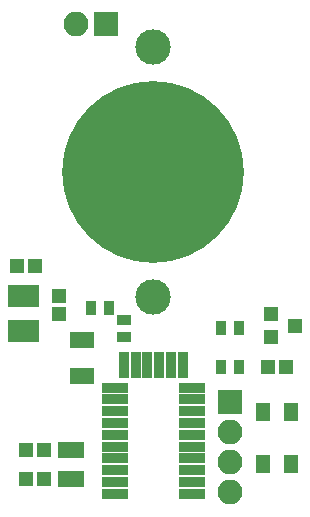
<source format=gts>
G04 #@! TF.FileFunction,Soldermask,Top*
%FSLAX46Y46*%
G04 Gerber Fmt 4.6, Leading zero omitted, Abs format (unit mm)*
G04 Created by KiCad (PCBNEW 4.0.7) date Wed Nov 28 02:00:18 2018*
%MOMM*%
%LPD*%
G01*
G04 APERTURE LIST*
%ADD10C,0.100000*%
%ADD11C,3.000000*%
%ADD12C,15.400000*%
%ADD13R,1.150000X1.200000*%
%ADD14R,1.200000X1.150000*%
%ADD15R,2.000000X1.400000*%
%ADD16R,1.300000X1.200000*%
%ADD17R,0.900000X1.300000*%
%ADD18R,1.300000X0.900000*%
%ADD19R,1.200000X1.600000*%
%ADD20R,0.750000X1.900000*%
%ADD21R,2.200000X1.400000*%
%ADD22R,2.100000X2.100000*%
%ADD23O,2.100000X2.100000*%
%ADD24R,2.200000X0.900000*%
%ADD25R,0.900000X2.200000*%
G04 APERTURE END LIST*
D10*
D11*
X111000000Y-81450000D03*
D12*
X111000000Y-92000000D03*
D11*
X111000000Y-102550000D03*
D13*
X103000000Y-104000000D03*
X103000000Y-102500000D03*
D14*
X101000000Y-100000000D03*
X99500000Y-100000000D03*
D15*
X105000000Y-109250000D03*
X105000000Y-106250000D03*
D14*
X100250000Y-118000000D03*
X101750000Y-118000000D03*
X100250000Y-115500000D03*
X101750000Y-115500000D03*
X120750000Y-108500000D03*
X122250000Y-108500000D03*
D16*
X121000000Y-104050000D03*
X121000000Y-105950000D03*
X123000000Y-105000000D03*
D17*
X118250000Y-105250000D03*
X116750000Y-105250000D03*
X107250000Y-103500000D03*
X105750000Y-103500000D03*
D18*
X108500000Y-104500000D03*
X108500000Y-106000000D03*
D17*
X116750000Y-108500000D03*
X118250000Y-108500000D03*
D19*
X120300000Y-112300000D03*
X122700000Y-112300000D03*
X120300000Y-116700000D03*
X122700000Y-116700000D03*
D20*
X100975000Y-105500000D03*
X100325000Y-105500000D03*
X99675000Y-105500000D03*
X99025000Y-105500000D03*
X99025000Y-102500000D03*
X99675000Y-102500000D03*
X100325000Y-102500000D03*
X100975000Y-102500000D03*
D21*
X104000000Y-118000000D03*
X104000000Y-115500000D03*
D22*
X107000000Y-79500000D03*
D23*
X104460000Y-79500000D03*
D22*
X117500000Y-111500000D03*
D23*
X117500000Y-114040000D03*
X117500000Y-116580000D03*
X117500000Y-119120000D03*
D24*
X107750000Y-110250000D03*
X107750000Y-111250000D03*
X107750000Y-112250000D03*
X107750000Y-113250000D03*
X107750000Y-114250000D03*
X107750000Y-115250000D03*
X107750000Y-116250000D03*
X107750000Y-117250000D03*
X107750000Y-118250000D03*
X107750000Y-119250000D03*
X114250000Y-119250000D03*
X114250000Y-118250000D03*
X114250000Y-117250000D03*
X114250000Y-116250000D03*
X114250000Y-115250000D03*
X114250000Y-114250000D03*
X114250000Y-113250000D03*
X114250000Y-112250000D03*
X114250000Y-111250000D03*
X114250000Y-110250000D03*
D25*
X113500000Y-108350000D03*
X112500000Y-108350000D03*
X111500000Y-108350000D03*
X110500000Y-108350000D03*
X109500000Y-108350000D03*
X108500000Y-108350000D03*
M02*

</source>
